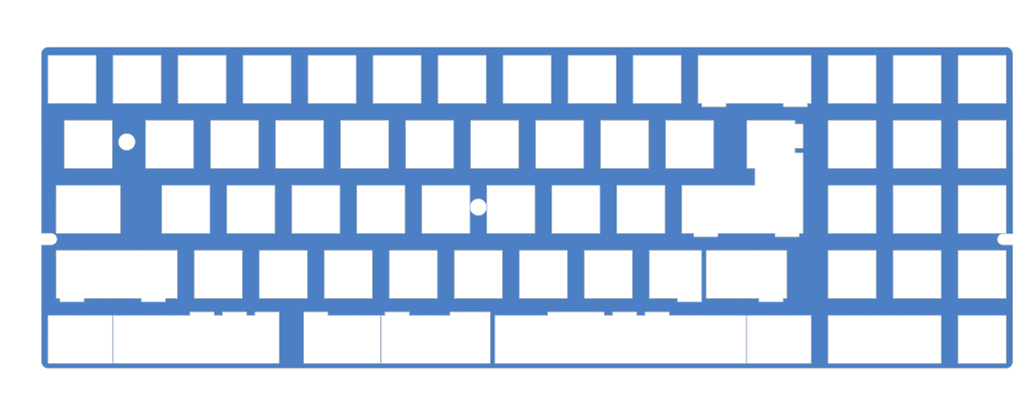
<source format=kicad_pcb>
(kicad_pcb (version 20221018) (generator pcbnew)
  (layers (0 "F.Cu" signal) (31 "B.Cu" signal) (34 "B.Paste" user) (35 "F.Paste" user) (36 "B.SilkS" user "B.Silkscreen") (37 "F.SilkS" user "F.Silkscreen") (38 "B.Mask" user) (39 "F.Mask" user) (44 "Edge.Cuts" user))
  (net 0 "")
  (gr_line (start 138.760937 48.552682) (end 124.760937 48.552682) (stroke (width 0.2)) (layer "Edge.Cuts"))
  (gr_line (start 97.160937 138.752682) (end 99.685937 138.752682) (stroke (width 0.2)) (layer "Edge.Cuts"))
  (gr_line (start 234.298437 138.752682) (end 238.773437 138.752682) (stroke (width 0.2)) (layer "Edge.Cuts"))
  (gr_line (start 52.029187 105.702682) (end 50.942187 105.702682) (stroke (width 0.2)) (layer "Edge.Cuts"))
  (gr_line (start 195.910937 62.552682) (end 195.910937 48.552682) (stroke (width 0.2)) (layer "Edge.Cuts"))
  (gr_line (start 237.766687 86.652682) (end 234.298437 86.652682) (stroke (width 0.2)) (layer "Edge.Cuts"))
  (gr_line (start 310.210937 86.652682) (end 296.210937 86.652682) (stroke (width 0.2)) (layer "Edge.Cuts"))
  (gr_line (start 310.210937 48.552682) (end 296.210937 48.552682) (stroke (width 0.2)) (layer "Edge.Cuts"))
  (gr_line (start 106.692187 123.752682) (end 106.685937 123.752682) (stroke (width 0.2)) (layer "Edge.Cuts"))
  (gr_line (start 296.210937 81.602682) (end 310.210937 81.602682) (stroke (width 0.2)) (layer "Edge.Cuts"))
  (gr_line (start 130.466687 138.752682) (end 131.904687 138.752682) (stroke (width 0.2)) (layer "Edge.Cuts"))
  (gr_line (start 171.091687 138.752682) (end 173.360937 138.752682) (stroke (width 0.2)) (layer "Edge.Cuts"))
  (gr_line (start 143.523437 119.702682) (end 143.523437 105.702682) (stroke (width 0.2)) (layer "Edge.Cuts"))
  (gr_line (start 291.160937 86.652682) (end 277.160937 86.652682) (stroke (width 0.2)) (layer "Edge.Cuts"))
  (gr_line (start 116.210937 138.752682) (end 116.210937 123.752682) (stroke (width 0.2)) (layer "Edge.Cuts"))
  (gr_line (start 191.435937 81.602682) (end 205.435937 81.602682) (stroke (width 0.2)) (layer "Edge.Cuts"))
  (gr_line (start 271.023937 48.552682) (end 264.023937 48.552682) (stroke (width 0.2)) (layer "Edge.Cuts"))
  (gr_line (start 130.466687 123.752682) (end 123.466687 123.752682) (stroke (width 0.2)) (layer "Edge.Cuts"))
  (gr_line (start 224.773437 119.702682) (end 233.004187 119.702682) (stroke (width 0.2)) (layer "Edge.Cuts"))
  (gr_line (start 214.960937 48.552682) (end 200.960937 48.552682) (stroke (width 0.2)) (layer "Edge.Cuts"))
  (gr_line (start 244.766687 86.652682) (end 237.766687 86.652682) (stroke (width 0.2)) (layer "Edge.Cuts"))
  (gr_line (start 148.285937 81.602682) (end 148.285937 67.602682) (stroke (width 0.2)) (layer "Edge.Cuts"))
  (gr_line (start 229.535937 81.602682) (end 243.535937 81.602682) (stroke (width 0.2)) (layer "Edge.Cuts"))
  (gr_line (start 191.148437 86.652682) (end 177.148437 86.652682) (stroke (width 0.2)) (layer "Edge.Cuts"))
  (gr_line (start 291.160937 124.752682) (end 286.685937 124.752682) (stroke (width 0.2)) (layer "Edge.Cuts"))
  (gr_line (start 296.210937 67.602682) (end 296.210937 81.602682) (stroke (width 0.2)) (layer "Edge.Cuts"))
  (gr_arc (start 329.245026 46.061977) (mid 330.659269 46.647734) (end 331.245026 48.061977) (stroke (width 0.2)) (layer "Edge.Cuts"))
  (gr_line (start 81.610937 124.752682) (end 74.754687 124.752682) (stroke (width 0.2)) (layer "Edge.Cuts"))
  (gr_line (start 119.710937 48.552682) (end 105.710937 48.552682) (stroke (width 0.2)) (layer "Edge.Cuts"))
  (gr_line (start 291.160937 119.702682) (end 291.160937 105.702682) (stroke (width 0.2)) (layer "Edge.Cuts"))
  (gr_line (start 46.559497 104.013) (end 46.545321 138.271306) (stroke (width 0.2)) (layer "Edge.Cuts"))
  (gr_line (start 178.091687 138.752682) (end 178.091687 123.752682) (stroke (width 0.2)) (layer "Edge.Cuts"))
  (gr_line (start 77.135937 67.602682) (end 77.135937 81.602682) (stroke (width 0.2)) (layer "Edge.Cuts"))
  (gr_line (start 253.060937 138.752682) (end 253.060937 124.752682) (stroke (width 0.2)) (layer "Edge.Cuts"))
  (gr_line (start 64.942187 100.652682) (end 69.704687 100.652682) (stroke (width 0.2)) (layer "Edge.Cuts"))
  (gr_line (start 261.642687 101.652682) (end 268.642687 101.652682) (stroke (width 0.2)) (layer "Edge.Cuts"))
  (gr_line (start 210.485937 81.602682) (end 224.485937 81.602682) (stroke (width 0.2)) (layer "Edge.Cuts"))
  (gr_line (start 59.029187 105.702682) (end 52.029187 105.702682) (stroke (width 0.2)) (layer "Edge.Cuts"))
  (gr_line (start 224.773437 105.702682) (end 224.773437 119.702682) (stroke (width 0.2)) (layer "Edge.Cuts"))
  (gr_line (start 129.523437 119.702682) (end 143.523437 119.702682) (stroke (width 0.2)) (layer "Edge.Cuts"))
  (gr_line (start 172.098437 100.652682) (end 172.098437 86.652682) (stroke (width 0.2)) (layer "Edge.Cuts"))
  (gr_line (start 269.729687 77.127682) (end 267.348437 77.127682) (stroke (width 0.2)) (layer "Edge.Cuts"))
  (gr_line (start 269.729687 99.565682) (end 269.729687 92.565682) (stroke (width 0.2)) (layer "Edge.Cuts"))
  (gr_line (start 264.967187 105.702682) (end 263.880187 105.702682) (stroke (width 0.2)) (layer "Edge.Cuts"))
  (gr_line (start 131.904687 124.752682) (end 130.466687 124.752682) (stroke (width 0.2)) (layer "Edge.Cuts"))
  (gr_line (start 253.060937 124.752682) (end 248.298437 124.752682) (stroke (width 0.2)) (layer "Edge.Cuts"))
  (gr_line (start 253.348437 67.602682) (end 253.348437 81.602682) (stroke (width 0.2)) (layer "Edge.Cuts"))
  (gr_line (start 91.423437 119.702682) (end 105.423437 119.702682) (stroke (width 0.2)) (layer "Edge.Cuts"))
  (gr_line (start 230.510937 138.752682) (end 231.917187 138.752682) (stroke (width 0.2)) (layer "Edge.Cuts"))
  (gr_line (start 186.385937 81.602682) (end 186.385937 67.602682) (stroke (width 0.2)) (layer "Edge.Cuts"))
  (gr_line (start 267.348437 124.752682) (end 258.110937 124.752682) (stroke (width 0.2)) (layer "Edge.Cuts"))
  (gr_line (start 100.660937 62.552682) (end 100.660937 48.552682) (stroke (width 0.2)) (layer "Edge.Cuts"))
  (gr_line (start 129.523437 105.702682) (end 129.523437 119.702682) (stroke (width 0.2)) (layer "Edge.Cuts"))
  (gr_line (start 162.860937 62.552682) (end 176.860937 62.552682) (stroke (width 0.2)) (layer "Edge.Cuts"))
  (gr_line (start 315.260937 124.752682) (end 315.260937 138.752682) (stroke (width 0.2)) (layer "Edge.Cuts"))
  (gr_line (start 258.110937 138.752682) (end 267.348437 138.752682) (stroke (width 0.2)) (layer "Edge.Cuts"))
  (gr_line (start 291.160937 100.652682) (end 291.160937 86.652682) (stroke (width 0.2)) (layer "Edge.Cuts"))
  (gr_line (start 229.248437 138.752682) (end 230.510937 138.752682) (stroke (width 0.2)) (layer "Edge.Cuts"))
  (gr_line (start 255.729687 81.602682) (end 255.729687 86.652682) (stroke (width 0.2)) (layer "Edge.Cuts"))
  (gr_line (start 195.910937 48.552682) (end 181.910937 48.552682) (stroke (width 0.2)) (layer "Edge.Cuts"))
  (gr_line (start 62.560937 138.752682) (end 64.942187 138.752682) (stroke (width 0.2)) (layer "Edge.Cuts"))
  (gr_line (start 67.323437 138.752682) (end 67.323437 124.752682) (stroke (width 0.2)) (layer "Edge.Cuts"))
  (gr_line (start 81.610937 62.552682) (end 81.610937 48.552682) (stroke (width 0.2)) (layer "Edge.Cuts"))
  (gr_line (start 315.260937 67.602682) (end 315.260937 81.602682) (stroke (width 0.2)) (layer "Edge.Cuts"))
  (gr_line (start 115.235937 67.602682) (end 115.235937 81.602682) (stroke (width 0.2)) (layer "Edge.Cuts"))
  (gr_line (start 138.760937 138.752682) (end 145.904687 138.752682) (stroke (width 0.2)) (layer "Edge.Cuts"))
  (gr_line (start 277.160937 119.702682) (end 291.160937 119.702682) (stroke (width 0.2)) (layer "Edge.Cuts"))
  (gr_line (start 138.760937 62.552682) (end 138.760937 48.552682) (stroke (width 0.2)) (layer "Edge.Cuts"))
  (gr_line (start 91.135937 81.602682) (end 91.135937 67.602682) (stroke (width 0.2)) (layer "Edge.Cuts"))
  (gr_line (start 267.348437 67.602682) (end 253.348437 67.602682) (stroke (width 0.2)) (layer "Edge.Cuts"))
  (gr_line (start 244.766687 100.652682) (end 246.204687 100.652682) (stroke (width 0.2)) (layer "Edge.Cuts"))
  (gr_line (start 145.904687 124.752682) (end 138.760937 124.752682) (stroke (width 0.2)) (layer "Edge.Cuts"))
  (gr_line (start 124.473437 119.702682) (end 124.473437 105.702682) (stroke (width 0.2)) (layer "Edge.Cuts"))
  (gr_line (start 53.323437 124.752682) (end 50.942187 124.752682) (stroke (width 0.2)) (layer "Edge.Cuts"))
  (gr_line (start 62.560937 124.752682) (end 53.323437 124.752682) (stroke (width 0.2)) (layer "Edge.Cuts"))
  (gr_line (start 166.360937 124.752682) (end 160.192187 124.752682) (stroke (width 0.2)) (layer "Edge.Cuts"))
  (gr_line (start 215.248437 100.652682) (end 229.248437 100.652682) (stroke (width 0.2)) (layer "Edge.Cuts"))
  (gr_line (start 147.342687 138.752682) (end 153.335937 138.752682) (stroke (width 0.2)) (layer "Edge.Cuts"))
  (gr_line (start 315.260937 86.652682) (end 315.260937 100.652682) (stroke (width 0.2)) (layer "Edge.Cuts"))
  (gr_line (start 53.323437 67.602682) (end 53.323437 81.602682) (stroke (width 0.2)) (layer "Edge.Cuts"))
  (gr_line (start 253.348437 138.752682) (end 255.729687 138.752682) (stroke (width 0.2)) (layer "Edge.Cuts"))
  (gr_line (start 72.373437 105.702682) (end 64.942187 105.702682) (stroke (width 0.2)) (layer "Edge.Cuts"))
  (gr_line (start 74.754687 138.752682) (end 81.610937 138.752682) (stroke (width 0.2)) (layer "Edge.Cuts"))
  (gr_line (start 60.467187 105.702682) (end 59.029187 105.702682) (stroke (width 0.2)) (layer "Edge.Cuts"))
  (gr_line (start 200.673437 105.702682) (end 186.673437 105.702682) (stroke (width 0.2)) (layer "Edge.Cuts"))
  (gr_line (start 86.660937 124.752682) (end 86.373437 124.752682) (stroke (width 0.2)) (layer "Edge.Cuts"))
  (gr_line (start 277.160937 124.752682) (end 277.160937 138.752682) (stroke (width 0.2)) (layer "Edge.Cuts"))
  (gr_line (start 329.260937 62.552682) (end 329.260937 48.552682) (stroke (width 0.2)) (layer "Edge.Cuts"))
  (gr_line (start 133.998437 100.652682) (end 133.998437 86.652682) (stroke (width 0.2)) (layer "Edge.Cuts"))
  (gr_line (start 230.510937 124.752682) (end 230.510937 123.752682) (stroke (width 0.2)) (layer "Edge.Cuts"))
  (gr_line (start 74.467187 105.702682) (end 72.373437 105.702682) (stroke (width 0.2)) (layer "Edge.Cuts"))
  (gr_line (start 258.110937 48.552682) (end 253.060937 48.552682) (stroke (width 0.2)) (layer "Edge.Cuts"))
  (gr_line (start 255.729687 100.652682) (end 260.204687 100.652682) (stroke (width 0.2)) (layer "Edge.Cuts"))
  (gr_line (start 246.204687 86.652682) (end 244.766687 86.652682) (stroke (width 0.2)) (layer "Edge.Cuts"))
  (gr_line (start 277.160937 105.702682) (end 277.160937 119.702682) (stroke (width 0.2)) (layer "Edge.Cuts"))
  (gr_line (start 86.660937 62.552682) (end 100.660937 62.552682) (stroke (width 0.2)) (layer "Edge.Cuts"))
  (gr_line (start 309.123937 138.752682) (end 310.210937 138.752682) (stroke (width 0.2)) (layer "Edge.Cuts"))
  (gr_line (start 59.029187 119.702682) (end 60.467187 119.702682) (stroke (width 0.2)) (layer "Edge.Cuts"))
  (gr_line (start 229.535937 67.602682) (end 229.535937 81.602682) (stroke (width 0.2)) (layer "Edge.Cuts"))
  (gr_line (start 199.692187 123.752682) (end 194.967687 123.752682) (stroke (width 0.2)) (layer "Edge.Cuts"))
  (gr_line (start 74.754687 124.752682) (end 72.373437 124.752682) (stroke (width 0.2)) (layer "Edge.Cuts"))
  (gr_line (start 234.298437 124.752682) (end 234.010937 124.752682) (stroke (width 0.2)) (layer "Edge.Cuts"))
  (gr_line (start 100.660937 48.552682) (end 86.660937 48.552682) (stroke (width 0.2)) (layer "Edge.Cuts"))
  (gr_line (start 240.004187 105.702682) (end 238.773437 105.702682) (stroke (width 0.2)) (layer "Edge.Cuts"))
  (gr_line (start 181.910937 62.552682) (end 195.910937 62.552682) (stroke (width 0.2)) (layer "Edge.Cuts"))
  (gr_line (start 267.348437 77.127682) (end 267.348437 75.689682) (stroke (width 0.2)) (layer "Edge.Cuts"))
  (gr_line (start 239.060937 138.752682) (end 245.917187 138.752682) (stroke (width 0.2)) (layer "Edge.Cuts"))
  (gr_line (start 263.880187 119.702682) (end 264.967187 119.702682) (stroke (width 0.2)) (layer "Edge.Cuts"))
  (gr_line (start 263.880187 105.702682) (end 256.880187 105.702682) (stroke (width 0.2)) (layer "Edge.Cuts"))
  (gr_line (start 172.098437 86.652682) (end 158.098437 86.652682) (stroke (width 0.2)) (layer "Edge.Cuts"))
  (gr_line (start 99.685937 138.752682) (end 99.692187 138.752682) (stroke (width 0.2)) (layer "Edge.Cuts"))
  (gr_line (start 247.147937 62.552682) (end 248.585937 62.552682) (stroke (width 0.2)) (layer "Edge.Cuts"))
  (gr_line (start 110.473437 105.702682) (end 110.473437 119.702682) (stroke (width 0.2)) (layer "Edge.Cuts"))
  (gr_line (start 267.348437 68.689682) (end 267.348437 67.602682) (stroke (width 0.2)) (layer "Edge.Cuts"))
  (gr_line (start 310.210937 100.652682) (end 310.210937 86.652682) (stroke (width 0.2)) (layer "Edge.Cuts"))
  (gr_line (start 205.435937 81.602682) (end 205.435937 67.602682) (stroke (width 0.2)) (layer "Edge.Cuts"))
  (gr_line (start 46.559497 100.711) (end 49.452502 100.711) (stroke (width 0.2)) (layer "Edge.Cuts"))
  (gr_line (start 133.998437 86.652682) (end 119.998437 86.652682) (stroke (width 0.2)) (layer "Edge.Cuts"))
  (gr_line (start 224.485937 81.602682) (end 224.485937 67.602682) (stroke (width 0.2)) (layer "Edge.Cuts"))
  (gr_line (start 82.905187 120.702682) (end 82.905187 119.702682) (stroke (width 0.2)) (layer "Edge.Cuts"))
  (gr_line (start 81.898437 138.752682) (end 86.373437 138.752682) (stroke (width 0.2)) (layer "Edge.Cuts"))
  (gr_line (start 267.348437 75.689682) (end 269.729687 75.689682) (stroke (width 0.2)) (layer "Edge.Cuts"))
  (gr_line (start 199.692187 138.752682) (end 201.967687 138.752682) (stroke (width 0.2)) (layer "Edge.Cuts"))
  (gr_arc (start 49.452502 100.711) (mid 51.103381 102.362) (end 49.452502 104.013) (stroke (width 0.2)) (layer "Edge.Cuts"))
  (gr_line (start 124.760937 62.552682) (end 138.760937 62.552682) (stroke (width 0.2)) (layer "Edge.Cuts"))
  (gr_line (start 263.880187 120.702682) (end 263.880187 119.702682) (stroke (width 0.2)) (layer "Edge.Cuts"))
  (gr_line (start 146.192187 124.752682) (end 146.192187 138.752682) (stroke (width 0.2)) (layer "Edge.Cuts"))
  (gr_line (start 67.610937 124.752682) (end 67.610937 138.752682) (stroke (width 0.2)) (layer "Edge.Cuts"))
  (gr_line (start 214.960937 62.552682) (end 214.960937 48.552682) (stroke (width 0.2)) (layer "Edge.Cuts"))
  (gr_line (start 53.323437 138.752682) (end 62.560937 138.752682) (stroke (width 0.2)) (layer "Edge.Cuts"))
  (gr_line (start 55.704687 86.652682) (end 50.942187 86.652682) (stroke (width 0.2)) (layer "Edge.Cuts"))
  (gr_line (start 243.535937 81.602682) (end 243.535937 67.602682) (stroke (width 0.2)) (layer "Edge.Cuts"))
  (gr_line (start 59.029187 120.702682) (end 59.029187 119.702682) (stroke (width 0.2)) (layer "Edge.Cuts"))
  (gr_line (start 239.060937 62.552682) (end 240.147937 62.552682) (stroke (width 0.2)) (layer "Edge.Cuts"))
  (gr_line (start 296.210937 62.552682) (end 310.210937 62.552682) (stroke (width 0.2)) (layer "Edge.Cuts"))
  (gr_line (start 315.260937 138.752682) (end 329.260937 138.752682) (stroke (width 0.2)) (layer "Edge.Cuts"))
  (gr_line (start 296.210937 86.652682) (end 296.210937 100.652682) (stroke (width 0.2)) (layer "Edge.Cuts"))
  (gr_line (start 160.192187 138.752682) (end 166.360937 138.752682) (stroke (width 0.2)) (layer "Edge.Cuts"))
  (gr_line (start 269.729687 91.127682) (end 269.729687 86.652682) (stroke (width 0.2)) (layer "Edge.Cuts"))
  (gr_line (start 269.729687 138.752682) (end 272.110937 138.752682) (stroke (width 0.2)) (layer "Edge.Cuts"))
  (gr_line (start 213.985937 138.752682) (end 215.248437 138.752682) (stroke (width 0.2)) (layer "Edge.Cuts"))
  (gr_line (start 269.729687 92.565682) (end 269.729687 91.127682) (stroke (width 0.2)) (layer "Edge.Cuts"))
  (gr_line (start 315.260937 48.552682) (end 315.260937 62.552682) (stroke (width 0.2)) (layer "Edge.Cuts"))
  (gr_line (start 248.585937 62.552682) (end 253.060937 62.552682) (stroke (width 0.2)) (layer "Edge.Cuts"))
  (gr_line (start 110.185937 81.602682) (end 110.185937 67.602682) (stroke (width 0.2)) (layer "Edge.Cuts"))
  (gr_arc (start 331.245026 138.26197) (mid 330.659269 139.676213) (end 329.245026 140.26197) (stroke (width 0.2)) (layer "Edge.Cuts"))
  (gr_line (start 91.135937 67.602682) (end 77.135937 67.602682) (stroke (width 0.2)) (layer "Edge.Cuts"))
  (gr_line (start 119.998437 100.652682) (end 133.998437 100.652682) (stroke (width 0.2)) (layer "Edge.Cuts"))
  (gr_line (start 193.529687 138.752682) (end 194.967687 138.752682) (stroke (width 0.2)) (layer "Edge.Cuts"))
  (gr_line (start 72.373437 119.702682) (end 74.467187 119.702682) (stroke (width 0.2)) (layer "Edge.Cuts"))
  (gr_line (start 166.360937 138.752682) (end 167.335937 138.752682) (stroke (width 0.2)) (layer "Edge.Cuts"))
  (gr_line (start 106.692187 124.752682) (end 106.692187 123.752682) (stroke (width 0.2)) (layer "Edge.Cuts"))
  (gr_line (start 238.773437 105.702682) (end 233.004187 105.702682) (stroke (width 0.2)) (layer "Edge.Cuts"))
  (gr_line (start 248.298437 124.752682) (end 245.917187 124.752682) (stroke (width 0.2)) (layer "Edge.Cuts"))
  (gr_line (start 329.260937 105.702682) (end 315.260937 105.702682) (stroke (width 0.2)) (layer "Edge.Cuts"))
  (gr_arc (start 328.353046 104.013) (mid 326.765659 102.4255) (end 328.353046 100.838) (stroke (width 0.2)) (layer "Edge.Cuts"))
  (gr_line (start 64.942187 138.752682) (end 67.323437 138.752682) (stroke (width 0.2)) (layer "Edge.Cuts"))
  (gr_line (start 269.729687 124.752682) (end 267.348437 124.752682) (stroke (width 0.2)) (layer "Edge.Cuts"))
  (gr_line (start 220.985937 138.752682) (end 223.510937 138.752682) (stroke (width 0.2)) (layer "Edge.Cuts"))
  (gr_line (start 106.685937 138.752682) (end 106.692187 138.752682) (stroke (width 0.2)) (layer "Edge.Cuts"))
  (gr_line (start 247.147937 48.552682) (end 240.147937 48.552682) (stroke (width 0.2)) (layer "Edge.Cuts"))
  (gr_line (start 205.723437 119.702682) (end 219.723437 119.702682) (stroke (width 0.2)) (layer "Edge.Cuts"))
  (gr_line (start 237.766687 101.652682) (end 244.766687 101.652682) (stroke (width 0.2)) (layer "Edge.Cuts"))
  (gr_line (start 116.210937 123.752682) (end 109.210937 123.752682) (stroke (width 0.2)) (layer "Edge.Cuts"))
  (gr_line (start 220.985937 124.752682) (end 220.985937 123.752682) (stroke (width 0.2)) (layer "Edge.Cuts"))
  (gr_line (start 191.148437 100.652682) (end 191.148437 86.652682) (stroke (width 0.2)) (layer "Edge.Cuts"))
  (gr_line (start 153.335937 138.752682) (end 154.310937 138.752682) (stroke (width 0.2)) (layer "Edge.Cuts"))
  (gr_line (start 110.185937 138.752682) (end 116.210937 138.752682) (stroke (width 0.2)) (layer "Edge.Cuts"))
  (gr_line (start 277.160937 48.552682) (end 277.160937 62.552682) (stroke (width 0.2)) (layer "Edge.Cuts"))
  (gr_line (start 53.323437 81.602682) (end 67.323437 81.602682) (stroke (width 0.2)) (layer "Edge.Cuts"))
  (gr_line (start 153.335937 67.602682) (end 153.335937 81.602682) (stroke (width 0.2)) (layer "Edge.Cuts"))
  (gr_line (start 194.967687 123.752682) (end 194.967687 124.752682) (stroke (width 0.2)) (layer "Edge.Cuts"))
  (gr_line (start 250.967187 105.702682) (end 241.442187 105.702682) (stroke (width 0.2)) (layer "Edge.Cuts"))
  (gr_line (start 291.160937 62.552682) (end 291.160937 48.552682) (stroke (width 0.2)) (layer "Edge.Cuts"))
  (gr_line (start 229.248437 100.652682) (end 229.248437 86.652682) (stroke (width 0.2)) (layer "Edge.Cuts"))
  (gr_line (start 210.485937 138.752682) (end 211.460937 138.752682) (stroke (width 0.2)) (layer "Edge.Cuts"))
  (gr_line (start 146.192187 138.752682) (end 147.310937 138.752682) (stroke (width 0.2)) (layer "Edge.Cuts"))
  (gr_line (start 96.185937 67.602682) (end 96.185937 81.602682) (stroke (width 0.2)) (layer "Edge.Cuts"))
  (gr_line (start 244.766687 101.652682) (end 244.766687 100.652682) (stroke (width 0.2)) (layer "Edge.Cuts"))
  (gr_line (start 262.585937 62.552682) (end 264.023937 62.552682) (stroke (width 0.2)) (layer "Edge.Cuts"))
  (gr_line (start 224.485937 67.602682) (end 210.485937 67.602682) (stroke (width 0.2)) (layer "Edge.Cuts"))
  (gr_line (start 109.210937 138.752682) (end 110.185937 138.752682) (stroke (width 0.2)) (layer "Edge.Cuts"))
  (gr_line (start 272.110937 138.752682) (end 272.110937 124.752682) (stroke (width 0.2)) (layer "Edge.Cuts"))
  (gr_line (start 86.660937 48.552682) (end 86.660937 62.552682) (stroke (width 0.2)) (layer "Edge.Cuts"))
  (gr_line (start 329.260937 48.552682) (end 315.260937 48.552682) (stroke (width 0.2)) (layer "Edge.Cuts"))
  (gr_line (start 245.917187 124.752682) (end 239.060937 124.752682) (stroke (width 0.2)) (layer "Edge.Cuts"))
  (gr_line (start 264.967187 119.702682) (end 264.967187 105.702682) (stroke (width 0.2)) (layer "Edge.Cuts"))
  (gr_line (start 253.060937 62.552682) (end 258.110937 62.552682) (stroke (width 0.2)) (layer "Edge.Cuts"))
  (gr_line (start 166.360937 123.752682) (end 166.360937 124.752682) (stroke (width 0.2)) (layer "Edge.Cuts"))
  (gr_line (start 291.160937 48.552682) (end 277.160937 48.552682) (stroke (width 0.2)) (layer "Edge.Cuts"))
  (gr_line (start 291.160937 105.702682) (end 277.160937 105.702682) (stroke (width 0.2)) (layer "Edge.Cuts"))
  (gr_line (start 88.754687 124.752682) (end 86.660937 124.752682) (stroke (width 0.2)) (layer "Edge.Cuts"))
  (gr_line (start 167.335937 81.602682) (end 167.335937 67.602682) (stroke (width 0.2)) (layer "Edge.Cuts"))
  (gr_line (start 255.729687 124.752682) (end 253.348437 124.752682) (stroke (width 0.2)) (layer "Edge.Cuts"))
  (gr_line (start 234.010937 124.752682) (end 231.917187 124.752682) (stroke (width 0.2)) (layer "Edge.Cuts"))
  (gr_line (start 86.373437 138.752682) (end 86.660937 138.752682) (stroke (width 0.2)) (layer "Edge.Cuts"))
  (gr_line (start 239.060937 48.552682) (end 239.060937 62.552682) (stroke (width 0.2)) (layer "Edge.Cuts"))
  (gr_line (start 100.948437 86.652682) (end 100.948437 100.652682) (stroke (width 0.2)) (layer "Edge.Cuts"))
  (gr_line (start 268.642687 101.652682) (end 268.642687 100.652682) (stroke (width 0.2)) (layer "Edge.Cuts"))
  (gr_line (start 81.610937 138.752682) (end 81.898437 138.752682) (stroke (width 0.2)) (layer "Edge.Cuts"))
  (gr_line (start 67.610937 48.552682) (end 67.610937 62.552682) (stroke (width 0.2)) (layer "Edge.Cuts"))
  (gr_line (start 81.898437 86.652682) (end 81.898437 100.652682) (stroke (width 0.2)) (layer "Edge.Cuts"))
  (gr_circle (center 174.609344 93.001114) (end 177.009344 93.001114) (stroke (width 0.2)) (fill none) (layer "Edge.Cuts"))
  (gr_line (start 48.560937 48.552682) (end 48.560937 62.552682) (stroke (width 0.2)) (layer "Edge.Cuts"))
  (gr_line (start 277.160937 67.602682) (end 277.160937 81.602682) (stroke (width 0.2)) (layer "Edge.Cuts"))
  (gr_line (start 261.642687 100.652682) (end 261.642687 101.652682) (stroke (width 0.2)) (layer "Edge.Cuts"))
  (gr_line (start 277.160937 62.552682) (end 291.160937 62.552682) (stroke (width 0.2)) (layer "Edge.Cuts"))
  (gr_line (start 201.967687 138.752682) (end 204.460937 138.752682) (stroke (width 0.2)) (layer "Edge.Cuts"))
  (gr_line (start 329.260937 67.602682) (end 315.260937 67.602682) (stroke (width 0.2)) (layer "Edge.Cuts"))
  (gr_line (start 96.185937 138.752682) (end 97.160937 138.752682) (stroke (width 0.2)) (layer "Edge.Cuts"))
  (gr_line (start 147.342687 123.752682) (end 147.310937 123.752682) (stroke (width 0.2)) (layer "Edge.Cuts"))
  (gr_line (start 210.485937 67.602682) (end 210.485937 81.602682) (stroke (width 0.2)) (layer "Edge.Cuts"))
  (gr_line (start 97.160937 123.752682) (end 90.160937 123.752682) (stroke (width 0.2)) (layer "Edge.Cuts"))
  (gr_line (start 48.560937 62.552682) (end 62.560937 62.552682) (stroke (width 0.2)) (layer "Edge.Cuts"))
  (gr_line (start 315.260937 100.652682) (end 329.260937 100.652682) (stroke (width 0.2)) (layer "Edge.Cuts"))
  (gr_line (start 186.673437 119.702682) (end 200.673437 119.702682) (stroke (width 0.2)) (layer "Edge.Cuts"))
  (gr_line (start 253.060937 48.552682) (end 248.585937 48.552682) (stroke (width 0.2)) (layer "Edge.Cuts"))
  (gr_line (start 310.210937 81.602682) (end 310.210937 67.602682) (stroke (width 0.2)) (layer "Edge.Cuts"))
  (gr_line (start 148.573437 105.702682) (end 148.573437 119.702682) (stroke (width 0.2)) (layer "Edge.Cuts"))
  (gr_line (start 64.942187 119.702682) (end 72.373437 119.702682) (stroke (width 0.2)) (layer "Edge.Cuts"))
  (gr_line (start 50.942187 119.702682) (end 52.029187 119.702682) (stroke (width 0.2)) (layer "Edge.Cuts"))
  (gr_line (start 213.985937 123.752682) (end 213.985937 124.752682) (stroke (width 0.2)) (layer "Edge.Cuts"))
  (gr_line (start 178.091687 123.752682) (end 173.360937 123.752682) (stroke (width 0.2)) (layer "Edge.Cuts"))
  (gr_line (start 109.210937 123.752682) (end 109.210937 124.752682) (stroke (width 0.2)) (layer "Edge.Cuts"))
  (gr_line (start 82.905187 119.702682) (end 86.373437 119.702682) (stroke (width 0.2)) (layer "Edge.Cuts"))
  (gr_line (start 91.423437 105.702682) (end 91.423437 119.702682) (stroke (width 0.2)) (layer "Edge.Cuts"))
  (gr_line (start 291.160937 81.602682) (end 291.160937 67.602682) (stroke (width 0.2)) (layer "Edge.Cuts"))
  (gr_line (start 154.310937 123.752682) (end 147.342687 123.752682) (stroke (width 0.2)) (layer "Edge.Cuts"))
  (gr_line (start 220.010937 48.552682) (end 220.010937 62.552682) (stroke (width 0.2)) (layer "Edge.Cuts"))
  (gr_line (start 114.948437 86.652682) (end 100.948437 86.652682) (stroke (width 0.2)) (layer "Edge.Cuts"))
  (gr_line (start 233.004187 120.702682) (end 240.004187 120.702682) (stroke (width 0.2)) (layer "Edge.Cuts"))
  (gr_line (start 255.729687 138.752682) (end 258.110937 138.752682) (stroke (width 0.2)) (layer "Edge.Cuts"))
  (gr_line (start 173.360937 138.752682) (end 178.091687 138.752682) (stroke (width 0.2)) (layer "Edge.Cuts"))
  (gr_line (start 310.210937 124.752682) (end 309.123937 124.752682) (stroke (width 0.2)) (layer "Edge.Cuts"))
  (gr_line (start 154.342687 124.752682) (end 154.342687 123.752682) (stroke (width 0.2)) (layer "Edge.Cuts"))
  (gr_line (start 52.029187 119.702682) (end 52.029187 120.702682) (stroke (width 0.2)) (layer "Edge.Cuts"))
  (gr_line (start 157.810937 48.552682) (end 143.810937 48.552682) (stroke (width 0.2)) (layer "Edge.Cuts"))
  (gr_line (start 90.160937 123.752682) (end 90.160937 124.752682) (stroke (width 0.2)) (layer "Edge.Cuts"))
  (gr_line (start 196.198437 100.652682) (end 210.198437 100.652682) (stroke (width 0.2)) (layer "Edge.Cuts"))
  (gr_line (start 219.723437 119.702682) (end 219.723437 105.702682) (stroke (width 0.2)) (layer "Edge.Cuts"))
  (gr_line (start 110.185937 67.602682) (end 96.185937 67.602682) (stroke (width 0.2)) (layer "Edge.Cuts"))
  (gr_line (start 147.310937 138.752682) (end 147.342687 138.752682) (stroke (width 0.2)) (layer "Edge.Cuts"))
  (gr_line (start 48.545022 140.26197) (end 329.245026 140.26197) (stroke (width 0.2)) (layer "Edge.Cuts"))
  (gr_line (start 302.123937 124.752682) (end 300.685937 124.752682) (stroke (width 0.2)) (layer "Edge.Cuts"))
  (gr_line (start 119.710937 62.552682) (end 119.710937 48.552682) (stroke (width 0.2)) (layer "Edge.Cuts"))
  (gr_line (start 181.910937 138.752682) (end 193.529687 138.752682) (stroke (width 0.2)) (layer "Edge.Cuts"))
  (gr_line (start 277.160937 138.752682) (end 278.247937 138.752682) (stroke (width 0.2)) (layer "Edge.Cuts"))
  (gr_line (start 195.910937 138.752682) (end 199.692187 138.752682) (stroke (width 0.2)) (layer "Edge.Cuts"))
  (gr_line (start 234.298437 100.652682) (end 237.766687 100.652682) (stroke (width 0.2)) (layer "Edge.Cuts"))
  (gr_line (start 172.385937 67.602682) (end 172.385937 81.602682) (stroke (width 0.2)) (layer "Edge.Cuts"))
  (gr_line (start 172.385937 81.602682) (end 186.385937 81.602682) (stroke (width 0.2)) (layer "Edge.Cuts"))
  (gr_line (start 210.198437 86.652682) (end 196.198437 86.652682) (stroke (width 0.2)) (layer "Edge.Cuts"))
  (gr_line (start 272.110937 62.552682) (end 272.110937 48.552682) (stroke (width 0.2)) (layer "Edge.Cuts"))
  (gr_line (start 158.098437 86.652682) (end 158.098437 100.652682) (stroke (width 0.2)) (layer "Edge.Cuts"))
  (gr_line (start 296.210937 124.752682) (end 291.160937 124.752682) (stroke (width 0.2)) (layer "Edge.Cuts"))
  (gr_line (start 315.260937 105.702682) (end 315.260937 119.702682) (stroke (width 0.2)) (layer "Edge.Cuts"))
  (gr_line (start 234.010937 62.552682) (end 234.010937 48.552682) (stroke (width 0.2)) (layer "Edge.Cuts"))
  (gr_line (start 167.623437 105.702682) (end 167.623437 119.702682) (stroke (width 0.2)) (layer "Edge.Cuts"))
  (gr_line (start 191.435937 67.602682) (end 191.435937 81.602682) (stroke (width 0.2)) (layer "Edge.Cuts"))
  (gr_line (start 310.210937 67.602682) (end 296.210937 67.602682) (stroke (width 0.2)) (layer "Edge.Cuts"))
  (gr_line (start 181.910937 124.752682) (end 179.529687 124.752682) (stroke (width 0.2)) (layer "Edge.Cuts"))
  (gr_line (start 143.810937 62.552682) (end 157.810937 62.552682) (stroke (width 0.2)) (layer "Edge.Cuts"))
  (gr_line (start 296.210937 100.652682) (end 310.210937 100.652682) (stroke (width 0.2)) (layer "Edge.Cuts"))
  (gr_line (start 147.310937 124.752682) (end 146.192187 124.752682) (stroke (width 0.2)) (layer "Edge.Cuts"))
  (gr_line (start 220.985937 123.752682) (end 213.985937 123.752682) (stroke (width 0.2)) (layer "Edge.Cuts"))
  (gr_line (start 81.610937 48.552682) (end 67.610937 48.552682) (stroke (width 0.2)) (layer "Edge.Cuts"))
  (gr_line (start 186.385937 67.602682) (end 172.385937 67.602682) (stroke (width 0.2)) (layer "Edge.Cuts"))
  (gr_line (start 50.927 100.652682) (end 55.704687 100.652682) (stroke (width 0.2)) (layer "Edge.Cuts"))
  (gr_line (start 143.810937 48.552682) (end 143.810937 62.552682) (stroke (width 0.2)) (layer "Edge.Cuts"))
  (gr_line (start 167.623437 119.702682) (end 181.623437 119.702682) (stroke (width 0.2)) (layer "Edge.Cuts"))
  (gr_line (start 143.523437 105.702682) (end 129.523437 105.702682) (stroke (width 0.2)) (layer "Edge.Cuts"))
  (gr_line (start 329.260937 124.752682) (end 315.260937 124.752682) (stroke (width 0.2)) (layer "Edge.Cuts"))
  (gr_line (start 245.917187 138.752682) (end 248.298437 138.752682) (stroke (width 0.2)) (layer "Edge.Cuts"))
  (gr_line (start 258.110937 124.752682) (end 255.729687 124.752682) (stroke (width 0.2)) (layer "Edge.Cuts"))
  (gr_line (start 119.998437 86.652682) (end 119.998437 100.652682) (stroke (width 0.2)) (layer "Edge.Cuts"))
  (gr_line (start 264.023937 62.552682) (end 264.023937 63.552682) (stroke (width 0.2)) (layer "Edge.Cuts"))
  (gr_line (start 67.323437 81.602682) (end 67.323437 67.602682) (stroke (width 0.2)) (layer "Edge.Cuts"))
  (gr_line (start 64.942187 105.702682) (end 60.467187 105.702682) (stroke (width 0.2)) (layer "Edge.Cuts"))
  (gr_line (start 248.298437 138.752682) (end 253.060937 138.752682) (stroke (width 0.2)) (layer "Edge.Cuts"))
  (gr_line (start 67.610937 138.752682) (end 72.373437 138.752682) (stroke (width 0.2)) (layer "Edge.Cuts"))
  (gr_circle (center 71.591873 73.880935) (end 73.991873 73.880935) (stroke (width 0.2)) (fill none) (layer "Edge.Cuts"))
  (gr_line (start 139.048437 100.652682) (end 153.048437 100.652682) (stroke (width 0.2)) (layer "Edge.Cuts"))
  (gr_line (start 50.942187 124.752682) (end 48.560937 124.752682) (stroke (width 0.2)) (layer "Edge.Cuts"))
  (gr_line (start 176.860937 48.552682) (end 162.860937 48.552682) (stroke (width 0.2)) (layer "Edge.Cuts"))
  (gr_line (start 310.210937 62.552682) (end 310.210937 48.552682) (stroke (width 0.2)) (layer "Edge.Cuts"))
  (gr_line (start 256.880187 119.702682) (end 256.880187 120.702682) (stroke (width 0.2)) (layer "Edge.Cuts"))
  (gr_line (start 100.948437 100.652682) (end 114.948437 100.652682) (stroke (width 0.2)) (layer "Edge.Cuts"))
  (gr_line (start 204.460937 138.752682) (end 206.692187 138.752682) (stroke (width 0.2)) (layer "Edge.Cuts"))
  (gr_line (start 72.373437 124.752682) (end 67.610937 124.752682) (stroke (width 0.2)) (layer "Edge.Cuts"))
  (gr_line (start 129.235937 67.602682) (end 115.235937 67.602682) (stroke (width 0.2)) (layer "Edge.Cuts"))
  (gr_line (start 309.123937 124.752682) (end 302.123937 124.752682) (stroke (width 0.2)) (layer "Edge.Cuts"))
  (gr_line (start 123.466687 138.752682) (end 124.760937 138.752682) (stroke (width 0.2)) (layer "Edge.Cuts"))
  (gr_line (start 105.423437 119.702682) (end 105.423437 105.702682) (stroke (width 0.2)) (layer "Edge.Cuts"))
  (gr_line (start 310.210937 119.702682) (end 310.210937 105.702682) (stroke (width 0.2)) (layer "Edge.Cuts"))
  (gr_line (start 129.235937 81.602682) (end 129.235937 67.602682) (stroke (width 0.2)) (layer "Edge.Cuts"))
  (gr_line (start 105.423437 105.702682) (end 91.423437 105.702682) (stroke (width 0.2)) (layer "Edge.Cuts"))
  (gr_line (start 75.905187 119.702682) (end 75.905187 120.702682) (stroke (width 0.2)) (layer "Edge.Cuts"))
  (gr_line (start 99.692187 123.752682) (end 99.685937 123.752682) (stroke (width 0.2)) (layer "Edge.Cuts"))
  (gr_line (start 176.860937 62.552682) (end 176.860937 48.552682) (stroke (width 0.2)) (layer "Edge.Cuts"))
  (gr_line (start 296.210937 105.702682) (end 296.210937 119.702682) (stroke (width 0.2)) (layer "Edge.Cuts"))
  (gr_line (start 64.942187 124.752682) (end 62.560937 124.752682) (stroke (width 0.2)) (layer "Edge.Cuts"))
  (gr_line (start 296.210937 48.552682) (end 296.210937 62.552682) (stroke (width 0.2)) (layer "Edge.Cuts"))
  (gr_line (start 315.260937 62.552682) (end 329.260937 62.552682) (stroke (width 0.2)) (layer "Edge.Cuts"))
  (gr_line (start 196.198437 86.652682) (end 196.198437 100.652682) (stroke (width 0.2)) (layer "Edge.Cuts"))
  (gr_line (start 99.685937 124.752682) (end 97.160937 124.752682) (stroke (width 0.2)) (layer "Edge.Cuts"))
  (gr_line (start 240.004187 120.702682) (end 240.004187 105.702682) (stroke (width 0.2)) (layer "Edge.Cuts"))
  (gr_line (start 74.467187 119.702682) (end 75.905187 119.702682) (stroke (width 0.2)) (layer "Edge.Cuts"))
  (gr_line (start 250.967187 119.702682) (end 255.442187 119.702682) (stroke (width 0.2)) (layer "Edge.Cuts"))
  (gr_line (start 109.210937 124.752682) (end 106.692187 124.752682) (stroke (width 0.2)) (layer "Edge.Cuts"))
  (gr_line (start 256.880187 105.702682) (end 255.442187 105.702682) (stroke (width 0.2)) (layer "Edge.Cuts"))
  (gr_line (start 99.685937 123.752682) (end 99.685937 124.752682) (stroke (width 0.2)) (layer "Edge.Cuts"))
  (gr_line (start 95.898437 138.752682) (end 96.185937 138.752682) (stroke (width 0.2)) (layer "Edge.Cuts"))
  (gr_line (start 240.147937 63.552682) (end 247.147937 63.552682) (stroke (width 0.2)) (layer "Edge.Cuts"))
  (gr_line (start 243.535937 67.602682) (end 229.535937 67.602682) (stroke (width 0.2)) (layer "Edge.Cuts"))
  (gr_line (start 246.204687 100.652682) (end 248.298437 100.652682) (stroke (width 0.2)) (layer "Edge.Cuts"))
  (gr_line (start 255.442187 105.702682) (end 250.967187 105.702682) (stroke (width 0.2)) (layer "Edge.Cuts"))
  (gr_line (start 81.898437 124.752682) (end 81.610937 124.752682) (stroke (width 0.2)) (layer "Edge.Cuts"))
  (gr_line (start 271.023937 62.552682) (end 272.110937 62.552682) (stroke (width 0.2)) (layer "Edge.Cuts"))
  (gr_line (start 264.023937 48.552682) (end 262.585937 48.552682) (stroke (width 0.2)) (layer "Edge.Cuts"))
  (gr_line (start 99.692187 138.752682) (end 100.660937 138.752682) (stroke (width 0.2)) (layer "Edge.Cuts"))
  (gr_line (start 154.310937 138.752682) (end 154.342687 138.752682) (stroke (width 0.2)) (layer "Edge.Cuts"))
  (gr_line (start 106.685937 123.752682) (end 99.692187 123.752682) (stroke (width 0.2)) (layer "Edge.Cuts"))
  (gr_line (start 106.692187 138.752682) (end 109.210937 138.752682) (stroke (width 0.2)) (layer "Edge.Cuts"))
  (gr_line (start 153.048437 86.652682) (end 139.048437 86.652682) (stroke (width 0.2)) (layer "Edge.Cuts"))
  (gr_line (start 233.004187 105.702682) (end 224.773437 105.702682) (stroke (width 0.2)) (layer "Edge.Cuts"))
  (gr_line (start 269.729687 100.652682) (end 269.729687 99.565682) (stroke (width 0.2)) (layer "Edge.Cuts"))
  (gr_line (start 310.210937 138.752682) (end 310.210937 124.752682) (stroke (width 0.2)) (layer "Edge.Cuts"))
  (gr_line (start 86.373437 124.752682) (end 81.898437 124.752682) (stroke (width 0.2)) (layer "Edge.Cuts"))
  (gr_line (start 46.559497 104.013) (end 49.452502 104.013) (stroke (width 0.2)) (layer "Edge.Cuts"))
  (gr_line (start 300.685937 124.752682) (end 296.210937 124.752682) (stroke (width 0.2)) (layer "Edge.Cuts"))
  (gr_line (start 241.442187 105.702682) (end 241.442187 119.702682) (stroke (width 0.2)) (layer "Edge.Cuts"))
  (gr_line (start 219.723437 105.702682) (end 205.723437 105.702682) (stroke (width 0.2)) (layer "Edge.Cuts"))
  (gr_line (start 131.904687 138.752682) (end 138.760937 138.752682) (stroke (width 0.2)) (layer "Edge.Cuts"))
  (gr_line (start 277.160937 100.652682) (end 291.160937 100.652682) (stroke (width 0.2)) (layer "Edge.Cuts"))
  (gr_line (start 223.510937 138.752682) (end 224.485937 138.752682) (stroke (width 0.2)) (layer "Edge.Cuts"))
  (gr_line (start 86.660937 138.752682) (end 88.754687 138.752682) (stroke (width 0.2)) (layer "Edge.Cuts"))
  (gr_line (start 240.147937 62.552682) (end 240.147937 63.552682) (stroke (width 0.2)) (layer "Edge.Cuts"))
  (gr_line (start 105.710937 48.552682) (end 105.710937 62.552682) (stroke (width 0.2)) (layer "Edge.Cuts"))
  (gr_line (start 124.760937 138.752682) (end 130.466687 138.752682) (stroke (width 0.2)) (layer "Edge.Cuts"))
  (gr_line (start 269.729687 86.652682) (end 269.729687 77.127682) (stroke (width 0.2)) (layer "Edge.Cuts"))
  (gr_line (start 67.323437 124.752682) (end 64.942187 124.752682) (stroke (width 0.2)) (layer "Edge.Cuts"))
  (gr_line (start 115.235937 81.602682) (end 129.235937 81.602682) (stroke (width 0.2)) (layer "Edge.Cuts"))
  (gr_line (start 331.296513 100.83518) (end 331.245026 48.061977) (stroke (width 0.2)) (layer "Edge.Cuts"))
  (gr_line (start 167.335937 67.602682) (end 153.335937 67.602682) (stroke (width 0.2)) (layer "Edge.Cuts"))
  (gr_line (start 231.917187 124.752682) (end 230.510937 124.752682) (stroke (width 0.2)) (layer "Edge.Cuts"))
  (gr_line (start 162.573437 105.702682) (end 148.573437 105.702682) (stroke (width 0.2)) (layer "Edge.Cuts"))
  (gr_line (start 331.296513 100.83518) (end 328.353046 100.838) (stroke (width 0.2)) (layer "Edge.Cuts"))
  (gr_line (start 247.147937 63.552682) (end 247.147937 62.552682) (stroke (width 0.2)) (layer "Edge.Cuts"))
  (gr_line (start 171.091687 123.752682) (end 166.360937 123.752682) (stroke (width 0.2)) (layer "Edge.Cuts"))
  (gr_line (start 237.766687 100.652682) (end 237.766687 101.652682) (stroke (width 0.2)) (layer "Edge.Cuts"))
  (gr_line (start 296.210937 119.702682) (end 310.210937 119.702682) (stroke (width 0.2)) (layer "Edge.Cuts"))
  (gr_line (start 95.898437 86.652682) (end 81.898437 86.652682) (stroke (width 0.2)) (layer "Edge.Cuts"))
  (gr_line (start 238.773437 138.752682) (end 239.060937 138.752682) (stroke (width 0.2)) (layer "Edge.Cuts"))
  (gr_line (start 269.729687 68.689682) (end 267.348437 68.689682) (stroke (width 0.2)) (layer "Edge.Cuts"))
  (gr_line (start 315.260937 81.602682) (end 329.260937 81.602682) (stroke (width 0.2)) (layer "Edge.Cuts"))
  (gr_line (start 234.298437 86.652682) (end 234.298437 100.652682) (stroke (width 0.2)) (layer "Edge.Cuts"))
  (gr_line (start 285.247937 124.752682) (end 278.247937 124.752682) (stroke (width 0.2)) (layer "Edge.Cuts"))
  (gr_line (start 75.905187 120.702682) (end 82.905187 120.702682) (stroke (width 0.2)) (layer "Edge.Cuts"))
  (gr_line (start 67.323437 67.602682) (end 53.323437 67.602682) (stroke (width 0.2)) (layer "Edge.Cuts"))
  (gr_line (start 220.010937 138.752682) (end 220.985937 138.752682) (stroke (width 0.2)) (layer "Edge.Cuts"))
  (gr_line (start 86.373437 119.702682) (end 86.373437 105.702682) (stroke (width 0.2)) (layer "Edge.Cuts"))
  (gr_line (start 69.704687 100.652682) (end 69.704687 86.652682) (stroke (width 0.2)) (layer "Edge.Cuts"))
  (gr_line (start 206.692187 123.752682) (end 204.460937 123.752682) (stroke (width 0.2)) (layer "Edge.Cuts"))
  (gr_line (start 241.442187 119.702682) (end 250.967187 119.702682) (stroke (width 0.2)) (layer "Edge.Cuts"))
  (gr_line (start 220.010937 62.552682) (end 234.010937 62.552682) (stroke (width 0.2)) (layer "Edge.Cuts"))
  (gr_line (start 50.942187 86.652682) (end 50.927 100.652682) (stroke (width 0.2)) (layer "Edge.Cuts"))
  (gr_line (start 331.246051 104.013) (end 331.245026 138.26197) (stroke (width 0.2)) (layer "Edge.Cuts"))
  (gr_arc (start 48.545022 140.26197) (mid 47.134187 139.679488) (end 46.545321 138.271306) (stroke (width 0.2)) (layer "Edge.Cuts"))
  (gr_line (start 62.560937 62.552682) (end 62.560937 48.552682) (stroke (width 0.2)) (layer "Edge.Cuts"))
  (gr_line (start 267.348437 138.752682) (end 269.729687 138.752682) (stroke (width 0.2)) (layer "Edge.Cuts"))
  (gr_line (start 329.260937 119.702682) (end 329.260937 105.702682) (stroke (width 0.2)) (layer "Edge.Cuts"))
  (gr_line (start 162.860937 48.552682) (end 162.860937 62.552682) (stroke (width 0.2)) (layer "Edge.Cuts"))
  (gr_line (start 123.466687 123.752682) (end 123.466687 138.752682) (stroke (width 0.2)) (layer "Edge.Cuts"))
  (gr_line (start 291.160937 67.602682) (end 277.160937 67.602682) (stroke (width 0.2)) (layer "Edge.Cuts"))
  (gr_line (start 248.585937 48.552682) (end 247.147937 48.552682) (stroke (width 0.2)) (layer "Edge.Cuts"))
  (gr_line (start 329.260937 81.602682) (end 329.260937 67.602682) (stroke (width 0.2)) (layer "Edge.Cuts"))
  (gr_line (start 75.905187 105.702682) (end 74.467187 105.702682) (stroke (width 0.2)) (layer "Edge.Cuts"))
  (gr_line (start 328.422 103.886) (end 328.422 103.886) (stroke (width 0.1)) (layer "Edge.Cuts"))
  (gr_line (start 240.147937 48.552682) (end 239.060937 48.552682) (stroke (width 0.2)) (layer "Edge.Cuts"))
  (gr_line (start 48.560937 138.752682) (end 50.942187 138.752682) (stroke (width 0.2)) (layer "Edge.Cuts"))
  (gr_line (start 88.754687 138.752682) (end 90.160937 138.752682) (stroke (width 0.2)) (layer "Edge.Cuts"))
  (gr_line (start 90.160937 138.752682) (end 95.898437 138.752682) (stroke (width 0.2)) (layer "Edge.Cuts"))
  (gr_line (start 60.467187 119.702682) (end 64.942187 119.702682) (stroke (width 0.2)) (layer "Edge.Cuts"))
  (gr_line (start 110.473437 119.702682) (end 124.473437 119.702682) (stroke (width 0.2)) (layer "Edge.Cuts"))
  (gr_line (start 181.910937 48.552682) (end 181.910937 62.552682) (stroke (width 0.2)) (layer "Edge.Cuts"))
  (gr_line (start 224.773437 138.752682) (end 229.248437 138.752682) (stroke (width 0.2)) (layer "Edge.Cuts"))
  (gr_line (start 278.247937 138.752682) (end 309.123937 138.752682) (stroke (width 0.2)) (layer "Edge.Cuts"))
  (gr_line (start 148.285937 67.602682) (end 134.285937 67.602682) (stroke (width 0.2)) (layer "Edge.Cuts"))
  (gr_line (start 154.342687 123.752682) (end 154.310937 123.752682) (stroke (width 0.2)) (layer "Edge.Cuts"))
  (gr_line (start 95.898437 100.652682) (end 95.898437 86.652682) (stroke (width 0.2)) (layer "Edge.Cuts"))
  (gr_line (start 268.642687 100.652682) (end 269.729687 100.652682) (stroke (width 0.2)) (layer "Edge.Cuts"))
  (gr_line (start 124.473437 105.702682) (end 110.473437 105.702682) (stroke (width 0.2)) (layer "Edge.Cuts"))
  (gr_line (start 179.529687 138.752682) (end 181.910937 138.752682) (stroke (width 0.2)) (layer "Edge.Cuts"))
  (gr_line (start 97.160937 124.752682) (end 97.160937 123.752682) (stroke (width 0.2)) (layer "Edge.Cuts"))
  (gr_line (start 229.248437 86.652682) (end 215.248437 86.652682) (stroke (width 0.2)) (layer "Edge.Cuts"))
  (gr_line (start 86.373437 105.702682) (end 82.905187 105.702682) (stroke (width 0.2)) (layer "Edge.Cuts"))
  (gr_line (start 194.967687 138.752682) (end 195.910937 138.752682) (stroke (width 0.2)) (layer "Edge.Cuts"))
  (gr_line (start 46.545022 48.061977) (end 46.559497 100.711) (stroke (width 0.2)) (layer "Edge.Cuts"))
  (gr_line (start 211.460937 138.752682) (end 213.985937 138.752682) (stroke (width 0.2)) (layer "Edge.Cuts"))
  (gr_line (start 260.204687 100.652682) (end 261.642687 100.652682) (stroke (width 0.2)) (layer "Edge.Cuts"))
  (gr_line (start 124.760937 48.552682) (end 124.760937 62.552682) (stroke (width 0.2)) (layer "Edge.Cuts"))
  (gr_line (start 157.810937 62.552682) (end 157.810937 48.552682) (stroke (width 0.2)) (layer "Edge.Cuts"))
  (gr_line (start 181.623437 119.702682) (end 181.623437 105.702682) (stroke (width 0.2)) (layer "Edge.Cuts"))
  (gr_line (start 200.960937 48.552682) (end 200.960937 62.552682) (stroke (width 0.2)) (layer "Edge.Cuts"))
  (gr_line (start 177.148437 86.652682) (end 177.148437 100.652682) (stroke (width 0.2)) (layer "Edge.Cuts"))
  (gr_line (start 329.260937 86.652682) (end 315.260937 86.652682) (stroke (width 0.2)) (layer "Edge.Cuts"))
  (gr_line (start 206.692187 138.752682) (end 210.485937 138.752682) (stroke (width 0.2)) (layer "Edge.Cuts"))
  (gr_line (start 96.185937 81.602682) (end 110.185937 81.602682) (stroke (width 0.2)) (layer "Edge.Cuts"))
  (gr_line (start 100.660937 138.752682) (end 106.685937 138.752682) (stroke (width 0.2)) (layer "Edge.Cuts"))
  (gr_line (start 239.060937 124.752682) (end 238.773437 124.752682) (stroke (width 0.2)) (layer "Edge.Cuts"))
  (gr_line (start 286.685937 124.752682) (end 285.247937 124.752682) (stroke (width 0.2)) (layer "Edge.Cuts"))
  (gr_line (start 69.704687 86.652682) (end 64.942187 86.652682) (stroke (width 0.2)) (layer "Edge.Cuts"))
  (gr_line (start 186.673437 105.702682) (end 186.673437 119.702682) (stroke (width 0.2)) (layer "Edge.Cuts"))
  (gr_line (start 215.248437 86.652682) (end 215.248437 100.652682) (stroke (width 0.2)) (layer "Edge.Cuts"))
  (gr_line (start 258.110937 62.552682) (end 262.585937 62.552682) (stroke (width 0.2)) (layer "Edge.Cuts"))
  (gr_line (start 211.460937 123.752682) (end 206.692187 123.752682) (stroke (width 0.2)) (layer "Edge.Cuts"))
  (gr_line (start 211.460937 124.752682) (end 211.460937 123.752682) (stroke (width 0.2)) (layer "Edge.Cuts"))
  (gr_line (start 331.246051 104.013) (end 328.353046 104.013) (stroke (width 0.2)) (layer "Edge.Cuts"))
  (gr_line (start 55.704687 100.652682) (end 64.942187 100.652682) (stroke (width 0.2)) (layer "Edge.Cuts"))
  (gr_line (start 329.260937 100.652682) (end 329.260937 86.652682) (stroke (width 0.2)) (layer "Edge.Cuts"))
  (gr_arc (start 46.545022 48.061977) (mid 47.130573 46.647721) (end 48.544538 46.061468) (stroke (width 0.2)) (layer "Edge.Cuts"))
  (gr_line (start 256.880187 120.702682) (end 263.880187 120.702682) (stroke (width 0.2)) (layer "Edge.Cuts"))
  (gr_line (start 200.673437 119.702682) (end 200.673437 105.702682) (stroke (width 0.2)) (layer "Edge.Cuts"))
  (gr_line (start 215.248437 138.752682) (end 220.010937 138.752682) (stroke (width 0.2)) (layer "Edge.Cuts"))
  (gr_line (start 181.623437 105.702682) (end 167.623437 105.702682) (stroke (width 0.2)) (layer "Edge.Cuts"))
  (gr_line (start 278.247937 124.752682) (end 277.160937 124.752682) (stroke (width 0.2)) (layer "Edge.Cuts"))
  (gr_line (start 248.298437 100.652682) (end 255.729687 100.652682) (stroke (width 0.2)) (layer "Edge.Cuts"))
  (gr_line (start 253.348437 124.752682) (end 253.348437 138.752682) (stroke (width 0.2)) (layer "Edge.Cuts"))
  (gr_line (start 231.917187 138.752682) (end 234.010937 138.752682) (stroke (width 0.2)) (layer "Edge.Cuts"))
  (gr_line (start 67.610937 62.552682) (end 81.610937 62.552682) (stroke (width 0.2)) (layer "Edge.Cuts"))
  (gr_line (start 50.942187 105.702682) (end 50.942187 119.702682) (stroke (width 0.2)) (layer "Edge.Cuts"))
  (gr_line (start 269.729687 75.689682) (end 269.729687 68.689682) (stroke (width 0.2)) (layer "Edge.Cuts"))
  (gr_line (start 210.198437 100.652682) (end 210.198437 86.652682) (stroke (width 0.2)) (layer "Edge.Cuts"))
  (gr_line (start 158.098437 100.652682) (end 172.098437 100.652682) (stroke (width 0.2)) (layer "Edge.Cuts"))
  (gr_line (start 315.260937 119.702682) (end 329.260937 119.702682) (stroke (width 0.2)) (layer "Edge.Cuts"))
  (gr_line (start 134.285937 67.602682) (end 134.285937 81.602682) (stroke (width 0.2)) (layer "Edge.Cuts"))
  (gr_line (start 90.160937 124.752682) (end 88.754687 124.752682) (stroke (width 0.2)) (layer "Edge.Cuts"))
  (gr_line (start 310.210937 105.702682) (end 296.210937 105.702682) (stroke (width 0.2)) (layer "Edge.Cuts"))
  (gr_line (start 277.160937 86.652682) (end 277.160937 100.652682) (stroke (width 0.2)) (layer "Edge.Cuts"))
  (gr_line (start 82.905187 105.702682) (end 75.905187 105.702682) (stroke (width 0.2)) (layer "Edge.Cuts"))
  (gr_line (start 48.560937 124.752682) (end 48.560937 138.752682) (stroke (width 0.2)) (layer "Edge.Cuts"))
  (gr_line (start 193.529687 124.752682) (end 181.910937 124.752682) (stroke (width 0.2)) (layer "Edge.Cuts"))
  (gr_line (start 50.942187 138.752682) (end 53.323437 138.752682) (stroke (width 0.2)) (layer "Edge.Cuts"))
  (gr_line (start 277.160937 81.602682) (end 291.160937 81.602682) (stroke (width 0.2)) (layer "Edge.Cuts"))
  (gr_line (start 148.573437 119.702682) (end 162.573437 119.702682) (stroke (width 0.2)) (layer "Edge.Cuts"))
  (gr_line (start 329.260937 138.752682) (end 329.260937 124.752682) (stroke (width 0.2)) (layer "Edge.Cuts"))
  (gr_line (start 264.023937 63.552682) (end 271.023937 63.552682) (stroke (width 0.2)) (layer "Edge.Cuts"))
  (gr_line (start 162.573437 119.702682) (end 162.573437 105.702682) (stroke (width 0.2)) (layer "Edge.Cuts"))
  (gr_line (start 177.148437 100.652682) (end 191.148437 100.652682) (stroke (width 0.2)) (layer "Edge.Cuts"))
  (gr_line (start 130.466687 124.752682) (end 130.466687 123.752682) (stroke (width 0.2)) (layer "Edge.Cuts"))
  (gr_line (start 213.985937 124.752682) (end 211.460937 124.752682) (stroke (width 0.2)) (layer "Edge.Cuts"))
  (gr_line (start 262.585937 48.552682) (end 258.110937 48.552682) (stroke (width 0.2)) (layer "Edge.Cuts"))
  (gr_line (start 62.560937 48.552682) (end 48.560937 48.552682) (stroke (width 0.2)) (layer "Edge.Cuts"))
  (gr_line (start 138.760937 124.752682) (end 131.904687 124.752682) (stroke (width 0.2)) (layer "Edge.Cuts"))
  (gr_line (start 173.360937 123.752682) (end 171.091687 123.752682) (stroke (width 0.2)) (layer "Edge.Cuts"))
  (gr_line (start 271.023937 63.552682) (end 271.023937 62.552682) (stroke (width 0.2)) (layer "Edge.Cuts"))
  (gr_line (start 205.435937 67.602682) (end 191.435937 67.602682) (stroke (width 0.2)) (layer "Edge.Cuts"))
  (gr_line (start 134.285937 81.602682) (end 148.285937 81.602682) (stroke (width 0.2)) (layer "Edge.Cuts"))
  (gr_line (start 194.967687 124.752682) (end 193.529687 124.752682) (stroke (width 0.2)) (layer "Edge.Cuts"))
  (gr_line (start 200.960937 62.552682) (end 214.960937 62.552682) (stroke (width 0.2)) (layer "Edge.Cuts"))
  (gr_line (start 105.710937 62.552682) (end 119.710937 62.552682) (stroke (width 0.2)) (layer "Edge.Cuts"))
  (gr_line (start 81.898437 100.652682) (end 95.898437 100.652682) (stroke (width 0.2)) (layer "Edge.Cuts"))
  (gr_line (start 255.729687 86.652682) (end 248.298437 86.652682) (stroke (width 0.2)) (layer "Edge.Cuts"))
  (gr_line (start 114.948437 100.652682) (end 114.948437 86.652682) (stroke (width 0.2)) (layer "Edge.Cuts"))
  (gr_line (start 160.192187 124.752682) (end 154.342687 124.752682) (stroke (width 0.2)) (layer "Edge.Cuts"))
  (gr_line (start 255.442187 119.702682) (end 256.880187 119.702682) (stroke (width 0.2)) (layer "Edge.Cuts"))
  (gr_line (start 272.110937 48.552682) (end 271.023937 48.552682) (stroke (width 0.2)) (layer "Edge.Cuts"))
  (gr_line (start 153.048437 100.652682) (end 153.048437 86.652682) (stroke (width 0.2)) (layer "Edge.Cuts"))
  (gr_line (start 145.904687 138.752682) (end 145.904687 124.752682) (stroke (width 0.2)) (layer "Edge.Cuts"))
  (gr_line (start 248.298437 86.652682) (end 246.204687 86.652682) (stroke (width 0.2)) (layer "Edge.Cuts"))
  (gr_line (start 238.773437 124.752682) (end 234.298437 124.752682) (stroke (width 0.2)) (layer "Edge.Cuts"))
  (gr_line (start 154.342687 138.752682) (end 160.192187 138.752682) (stroke (width 0.2)) (layer "Edge.Cuts"))
  (gr_line (start 72.373437 138.752682) (end 74.754687 138.752682) (stroke (width 0.2)) (layer "Edge.Cuts"))
  (gr_line (start 77.135937 81.602682) (end 91.135937 81.602682) (stroke (width 0.2)) (layer "Edge.Cuts"))
  (gr_line (start 204.460937 123.752682) (end 201.967687 123.752682) (stroke (width 0.2)) (layer "Edge.Cuts"))
  (gr_line (start 233.004187 119.702682) (end 233.004187 120.702682) (stroke (width 0.2)) (layer "Edge.Cuts"))
  (gr_line (start 224.485937 138.752682) (end 224.773437 138.752682) (stroke (width 0.2)) (layer "Edge.Cuts"))
  (gr_line (start 253.348437 81.602682) (end 255.729687 81.602682) (stroke (width 0.2)) (layer "Edge.Cuts"))
  (gr_line (start 230.510937 123.752682) (end 223.510937 123.752682) (stroke (width 0.2)) (layer "Edge.Cuts"))
  (gr_line (start 234.010937 48.552682) (end 220.010937 48.552682) (stroke (width 0.2)) (layer "Edge.Cuts"))
  (gr_line (start 147.310937 123.752682) (end 147.310937 124.752682) (stroke (width 0.2)) (layer "Edge.Cuts"))
  (gr_line (start 153.335937 81.602682) (end 167.335937 81.602682) (stroke (width 0.2)) (layer "Edge.Cuts"))
  (gr_line (start 139.048437 86.652682) (end 139.048437 100.652682) (stroke (width 0.2)) (layer "Edge.Cuts"))
  (gr_line (start 223.510937 123.752682) (end 223.510937 124.752682) (stroke (width 0.2)) (layer "Edge.Cuts"))
  (gr_line (start 167.335937 138.752682) (end 171.091687 138.752682) (stroke (width 0.2)) (layer "Edge.Cuts"))
  (gr_line (start 234.010937 138.752682) (end 234.298437 138.752682) (stroke (width 0.2)) (layer "Edge.Cuts"))
  (gr_line (start 223.510937 124.752682) (end 220.985937 124.752682) (stroke (width 0.2)) (layer "Edge.Cuts"))
  (gr_line (start 272.110937 124.752682) (end 269.729687 124.752682) (stroke (width 0.2)) (layer "Edge.Cuts"))
  (gr_line (start 179.529687 124.752682) (end 179.529687 138.752682) (stroke (width 0.2)) (layer "Edge.Cuts"))
  (gr_line (start 205.723437 105.702682) (end 205.723437 119.702682) (stroke (width 0.2)) (layer "Edge.Cuts"))
  (gr_line (start 52.029187 120.702682) (end 59.029187 120.702682) (stroke (width 0.2)) (layer "Edge.Cuts"))
  (gr_line (start 329.245026 46.061977) (end 48.544538 46.061468) (stroke (width 0.2)) (layer "Edge.Cuts"))
  (gr_line (start 64.942187 86.652682) (end 55.704687 86.652682) (stroke (width 0.2)) (layer "Edge.Cuts"))
  (gr_line (start 201.967687 123.752682) (end 199.692187 123.752682) (stroke (width 0.2)) (layer "Edge.Cuts"))
  (zone (net 0) (net_name "") (layers "F&B.Cu") (connect_pads (clearance 0)) (min_thickness 0.025) (fill yes (thermal_gap 0.508) (thermal_bridge_width 0.508) (island_removal_mode 1) (island_area_min 0))
    (polygon (pts (xy 333.375 40.132) (xy 37.592 40.132) (xy 37.592 146.05) (xy 39.37 147.828) (xy 334.518 147.828) (xy 334.518 41.275)))
  )
)
</source>
